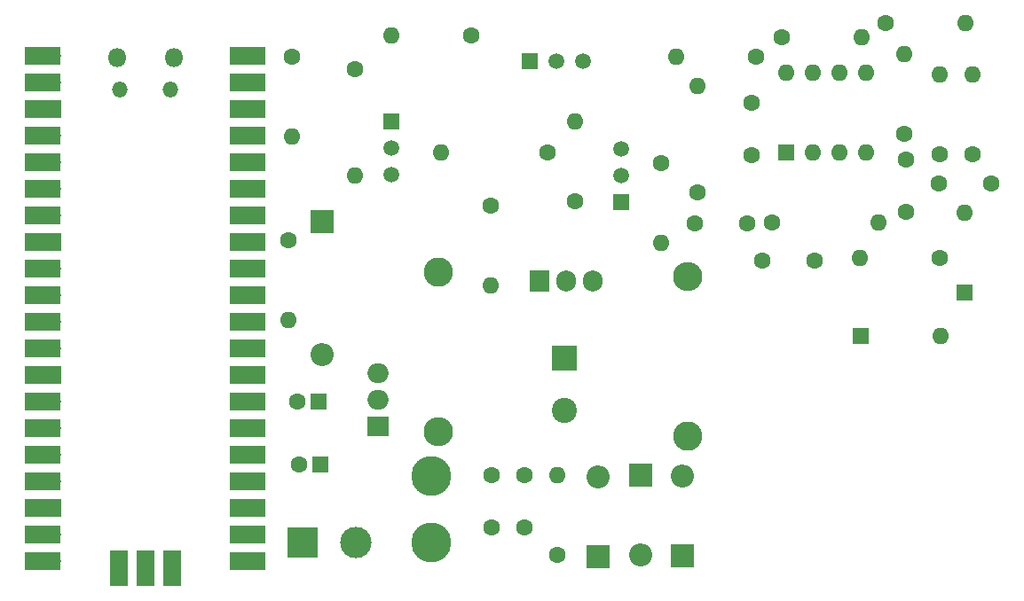
<source format=gbr>
%TF.GenerationSoftware,KiCad,Pcbnew,7.0.11+dfsg-1build4*%
%TF.CreationDate,2025-10-10T15:34:20-05:00*%
%TF.ProjectId,Synchronizer,53796e63-6872-46f6-9e69-7a65722e6b69,rev?*%
%TF.SameCoordinates,Original*%
%TF.FileFunction,Soldermask,Top*%
%TF.FilePolarity,Negative*%
%FSLAX46Y46*%
G04 Gerber Fmt 4.6, Leading zero omitted, Abs format (unit mm)*
G04 Created by KiCad (PCBNEW 7.0.11+dfsg-1build4) date 2025-10-10 15:34:20*
%MOMM*%
%LPD*%
G01*
G04 APERTURE LIST*
%ADD10C,1.600000*%
%ADD11O,1.600000X1.600000*%
%ADD12C,2.800000*%
%ADD13O,2.800000X2.800000*%
%ADD14R,1.600000X1.600000*%
%ADD15R,2.200000X2.200000*%
%ADD16O,2.200000X2.200000*%
%ADD17R,3.000000X3.000000*%
%ADD18C,3.000000*%
%ADD19R,1.500000X1.500000*%
%ADD20C,1.500000*%
%ADD21R,2.400000X2.400000*%
%ADD22C,2.400000*%
%ADD23R,1.700000X3.500000*%
%ADD24O,1.700000X1.700000*%
%ADD25R,1.700000X1.700000*%
%ADD26R,3.500000X1.700000*%
%ADD27O,1.800000X1.800000*%
%ADD28O,1.500000X1.500000*%
%ADD29C,3.800000*%
%ADD30R,2.000000X1.905000*%
%ADD31O,2.000000X1.905000*%
%ADD32R,1.905000X2.000000*%
%ADD33O,1.905000X2.000000*%
G04 APERTURE END LIST*
D10*
%TO.C,R20*%
X164270000Y-28410000D03*
D11*
X156650000Y-28410000D03*
%TD*%
D10*
%TO.C,R19*%
X176630000Y-25220000D03*
D11*
X184250000Y-25220000D03*
%TD*%
D10*
%TO.C,R11*%
X165820000Y-44310000D03*
D11*
X175980000Y-44310000D03*
%TD*%
D10*
%TO.C,R3*%
X125950000Y-29620000D03*
D11*
X125950000Y-39780000D03*
%TD*%
D10*
%TO.C,R9*%
X158630000Y-41420000D03*
D11*
X158630000Y-31260000D03*
%TD*%
D10*
%TO.C,R4*%
X144330000Y-37620000D03*
D11*
X134170000Y-37620000D03*
%TD*%
D12*
%TO.C,R17*%
X133940000Y-49010000D03*
D13*
X133940000Y-64250000D03*
%TD*%
D14*
%TO.C,U3*%
X167130000Y-37560000D03*
D11*
X169670000Y-37560000D03*
X172210000Y-37560000D03*
X174750000Y-37560000D03*
X174750000Y-29940000D03*
X172210000Y-29940000D03*
X169670000Y-29940000D03*
X167130000Y-29940000D03*
%TD*%
D15*
%TO.C,D1*%
X122830000Y-44160000D03*
D16*
X122830000Y-56860000D03*
%TD*%
D17*
%TO.C,J1*%
X121000000Y-74820000D03*
D18*
X126080000Y-74820000D03*
%TD*%
D19*
%TO.C,Q4*%
X142650000Y-28840000D03*
D20*
X145190000Y-28840000D03*
X147730000Y-28840000D03*
%TD*%
D19*
%TO.C,Q2*%
X151430000Y-42330000D03*
D20*
X151430000Y-39790000D03*
X151430000Y-37250000D03*
%TD*%
D19*
%TO.C,Q1*%
X129480000Y-34650000D03*
D20*
X129480000Y-37190000D03*
X129480000Y-39730000D03*
%TD*%
D10*
%TO.C,R18*%
X145310000Y-76000000D03*
D11*
X145310000Y-68380000D03*
%TD*%
D15*
%TO.C,D6*%
X157250000Y-76090000D03*
D16*
X157250000Y-68470000D03*
%TD*%
D15*
%TO.C,D5*%
X153290000Y-68410000D03*
D16*
X153290000Y-76030000D03*
%TD*%
D10*
%TO.C,C8*%
X178600000Y-38270000D03*
X178600000Y-43270000D03*
%TD*%
%TO.C,R1*%
X119630000Y-46000000D03*
D11*
X119630000Y-53620000D03*
%TD*%
D21*
%TO.C,C10*%
X145950000Y-57250000D03*
D22*
X145950000Y-62250000D03*
%TD*%
D14*
%TO.C,D3*%
X184160000Y-50990000D03*
D11*
X184160000Y-43370000D03*
%TD*%
D10*
%TO.C,R5*%
X155240000Y-38590000D03*
D11*
X155240000Y-46210000D03*
%TD*%
D23*
%TO.C,U1*%
X108530000Y-77320000D03*
D24*
X108530000Y-76420000D03*
D23*
X105990000Y-77320000D03*
D25*
X105990000Y-76420000D03*
D23*
X103450000Y-77320000D03*
D24*
X103450000Y-76420000D03*
D26*
X115780000Y-28390000D03*
D24*
X114880000Y-28390000D03*
D26*
X115780000Y-30930000D03*
D24*
X114880000Y-30930000D03*
D26*
X115780000Y-33470000D03*
D25*
X114880000Y-33470000D03*
D26*
X115780000Y-36010000D03*
D24*
X114880000Y-36010000D03*
D26*
X115780000Y-38550000D03*
D24*
X114880000Y-38550000D03*
D26*
X115780000Y-41090000D03*
D24*
X114880000Y-41090000D03*
D26*
X115780000Y-43630000D03*
D24*
X114880000Y-43630000D03*
D26*
X115780000Y-46170000D03*
D25*
X114880000Y-46170000D03*
D26*
X115780000Y-48710000D03*
D24*
X114880000Y-48710000D03*
D26*
X115780000Y-51250000D03*
D24*
X114880000Y-51250000D03*
D26*
X115780000Y-53790000D03*
D24*
X114880000Y-53790000D03*
D26*
X115780000Y-56330000D03*
D24*
X114880000Y-56330000D03*
D26*
X115780000Y-58870000D03*
D25*
X114880000Y-58870000D03*
D26*
X115780000Y-61410000D03*
D24*
X114880000Y-61410000D03*
D26*
X115780000Y-63950000D03*
D24*
X114880000Y-63950000D03*
D26*
X115780000Y-66490000D03*
D24*
X114880000Y-66490000D03*
D26*
X115780000Y-69030000D03*
D24*
X114880000Y-69030000D03*
D26*
X115780000Y-71570000D03*
D25*
X114880000Y-71570000D03*
D26*
X115780000Y-74110000D03*
D24*
X114880000Y-74110000D03*
D26*
X115780000Y-76650000D03*
D24*
X114880000Y-76650000D03*
D26*
X96200000Y-76650000D03*
D24*
X97100000Y-76650000D03*
D26*
X96200000Y-74110000D03*
D24*
X97100000Y-74110000D03*
D26*
X96200000Y-71570000D03*
D25*
X97100000Y-71570000D03*
D26*
X96200000Y-69030000D03*
D24*
X97100000Y-69030000D03*
D26*
X96200000Y-66490000D03*
D24*
X97100000Y-66490000D03*
D26*
X96200000Y-63950000D03*
D24*
X97100000Y-63950000D03*
D26*
X96200000Y-61410000D03*
D24*
X97100000Y-61410000D03*
D26*
X96200000Y-58870000D03*
D25*
X97100000Y-58870000D03*
D26*
X96200000Y-56330000D03*
D24*
X97100000Y-56330000D03*
D26*
X96200000Y-53790000D03*
D24*
X97100000Y-53790000D03*
D26*
X96200000Y-51250000D03*
D24*
X97100000Y-51250000D03*
D26*
X96200000Y-48710000D03*
D24*
X97100000Y-48710000D03*
D26*
X96200000Y-46170000D03*
D25*
X97100000Y-46170000D03*
D26*
X96200000Y-43630000D03*
D24*
X97100000Y-43630000D03*
D26*
X96200000Y-41090000D03*
D24*
X97100000Y-41090000D03*
D26*
X96200000Y-38550000D03*
D24*
X97100000Y-38550000D03*
D26*
X96200000Y-36010000D03*
D24*
X97100000Y-36010000D03*
D26*
X96200000Y-33470000D03*
D25*
X97100000Y-33470000D03*
D26*
X96200000Y-30930000D03*
D24*
X97100000Y-30930000D03*
D26*
X96200000Y-28390000D03*
D24*
X97100000Y-28390000D03*
D27*
X108715000Y-28520000D03*
D28*
X108415000Y-31550000D03*
X103565000Y-31550000D03*
D27*
X103265000Y-28520000D03*
%TD*%
D10*
%TO.C,R16*%
X166750000Y-26560000D03*
D11*
X174370000Y-26560000D03*
%TD*%
D10*
%TO.C,C4*%
X139000000Y-73400000D03*
X139000000Y-68400000D03*
%TD*%
D15*
%TO.C,D2*%
X149160000Y-76200000D03*
D16*
X149160000Y-68580000D03*
%TD*%
D10*
%TO.C,R13*%
X184940000Y-37790000D03*
D11*
X184940000Y-30170000D03*
%TD*%
D10*
%TO.C,R15*%
X178390000Y-35790000D03*
D11*
X178390000Y-28170000D03*
%TD*%
D10*
%TO.C,R12*%
X181800000Y-37790000D03*
D11*
X181800000Y-30170000D03*
%TD*%
D10*
%TO.C,R7*%
X137110000Y-26440000D03*
D11*
X129490000Y-26440000D03*
%TD*%
D10*
%TO.C,C9*%
X164830000Y-47930000D03*
X169830000Y-47930000D03*
%TD*%
D14*
%TO.C,C2*%
X122520000Y-61370000D03*
D10*
X120520000Y-61370000D03*
%TD*%
D14*
%TO.C,D4*%
X174290000Y-55160000D03*
D11*
X181910000Y-55160000D03*
%TD*%
D10*
%TO.C,C3*%
X142130000Y-73400000D03*
X142130000Y-68400000D03*
%TD*%
%TO.C,C5*%
X163840000Y-32820000D03*
X163840000Y-37820000D03*
%TD*%
D12*
%TO.C,R6*%
X157750000Y-64710000D03*
D13*
X157750000Y-49470000D03*
%TD*%
D14*
%TO.C,C1*%
X122660000Y-67440000D03*
D10*
X120660000Y-67440000D03*
%TD*%
%TO.C,R14*%
X181770000Y-47710000D03*
D11*
X174150000Y-47710000D03*
%TD*%
%TO.C,R8*%
X146970000Y-34640000D03*
D10*
X146970000Y-42260000D03*
%TD*%
%TO.C,R10*%
X138910000Y-42680000D03*
D11*
X138910000Y-50300000D03*
%TD*%
D29*
%TO.C,J2*%
X133310000Y-74810000D03*
%TD*%
D10*
%TO.C,C6*%
X158440000Y-44370000D03*
X163440000Y-44370000D03*
%TD*%
%TO.C,C7*%
X186710000Y-40540000D03*
X181710000Y-40540000D03*
%TD*%
D29*
%TO.C,J3*%
X133250000Y-68500000D03*
%TD*%
D10*
%TO.C,R2*%
X119990000Y-28430000D03*
D11*
X119990000Y-36050000D03*
%TD*%
D30*
%TO.C,U2*%
X128170000Y-63780000D03*
D31*
X128170000Y-61240000D03*
X128170000Y-58700000D03*
%TD*%
D32*
%TO.C,Q3*%
X143630000Y-49870000D03*
D33*
X146170000Y-49870000D03*
X148710000Y-49870000D03*
%TD*%
M02*

</source>
